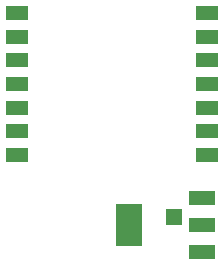
<source format=gtp>
G04 MADE WITH FRITZING*
G04 WWW.FRITZING.ORG*
G04 DOUBLE SIDED*
G04 HOLES PLATED*
G04 CONTOUR ON CENTER OF CONTOUR VECTOR*
%ASAXBY*%
%FSLAX23Y23*%
%MOIN*%
%OFA0B0*%
%SFA1.0B1.0*%
%ADD10R,0.088000X0.048000*%
%ADD11R,0.086600X0.141700*%
%ADD12R,0.081690X0.131309*%
%ADD13R,0.055556X0.055556*%
%ADD14R,0.075569X0.049806*%
%ADD15R,0.075569X0.049847*%
%ADD16R,0.001000X0.001000*%
%LNPASTEMASK1*%
G90*
G70*
G54D10*
X730Y940D03*
X730Y1031D03*
X730Y1122D03*
G54D11*
X486Y1031D03*
G54D12*
X485Y1031D03*
X485Y1031D03*
X485Y1031D03*
G54D13*
X636Y1059D03*
X636Y1059D03*
X636Y1059D03*
X636Y1059D03*
X636Y1059D03*
X636Y1059D03*
G54D14*
X112Y1265D03*
G54D15*
X112Y1344D03*
G54D14*
X112Y1423D03*
X112Y1501D03*
X112Y1580D03*
X112Y1659D03*
X112Y1737D03*
X745Y1737D03*
X745Y1659D03*
X745Y1580D03*
X745Y1501D03*
X745Y1423D03*
G54D15*
X745Y1344D03*
G54D14*
X745Y1265D03*
G54D16*
D02*
G04 End of PasteMask1*
M02*
</source>
